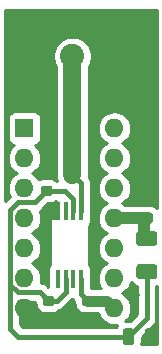
<source format=gbr>
G04 #@! TF.GenerationSoftware,KiCad,Pcbnew,(5.1.4)-1*
G04 #@! TF.CreationDate,2019-08-27T16:30:30-04:00*
G04 #@! TF.ProjectId,clock_buffer,636c6f63-6b5f-4627-9566-6665722e6b69,rev?*
G04 #@! TF.SameCoordinates,Original*
G04 #@! TF.FileFunction,Copper,L1,Top*
G04 #@! TF.FilePolarity,Positive*
%FSLAX46Y46*%
G04 Gerber Fmt 4.6, Leading zero omitted, Abs format (unit mm)*
G04 Created by KiCad (PCBNEW (5.1.4)-1) date 2019-08-27 16:30:30*
%MOMM*%
%LPD*%
G04 APERTURE LIST*
%ADD10C,0.100000*%
%ADD11C,0.875000*%
%ADD12C,0.975000*%
%ADD13R,0.410000X1.570000*%
%ADD14C,1.250000*%
%ADD15O,1.600000X1.600000*%
%ADD16R,1.600000X1.600000*%
%ADD17C,2.250000*%
%ADD18C,2.050000*%
%ADD19C,0.800000*%
%ADD20C,0.900000*%
%ADD21C,1.000000*%
%ADD22C,0.400000*%
%ADD23C,1.500000*%
%ADD24C,0.254000*%
G04 APERTURE END LIST*
D10*
G36*
X148613691Y-111628553D02*
G01*
X148634926Y-111631703D01*
X148655750Y-111636919D01*
X148675962Y-111644151D01*
X148695368Y-111653330D01*
X148713781Y-111664366D01*
X148731024Y-111677154D01*
X148746930Y-111691570D01*
X148761346Y-111707476D01*
X148774134Y-111724719D01*
X148785170Y-111743132D01*
X148794349Y-111762538D01*
X148801581Y-111782750D01*
X148806797Y-111803574D01*
X148809947Y-111824809D01*
X148811000Y-111846250D01*
X148811000Y-112283750D01*
X148809947Y-112305191D01*
X148806797Y-112326426D01*
X148801581Y-112347250D01*
X148794349Y-112367462D01*
X148785170Y-112386868D01*
X148774134Y-112405281D01*
X148761346Y-112422524D01*
X148746930Y-112438430D01*
X148731024Y-112452846D01*
X148713781Y-112465634D01*
X148695368Y-112476670D01*
X148675962Y-112485849D01*
X148655750Y-112493081D01*
X148634926Y-112498297D01*
X148613691Y-112501447D01*
X148592250Y-112502500D01*
X148079750Y-112502500D01*
X148058309Y-112501447D01*
X148037074Y-112498297D01*
X148016250Y-112493081D01*
X147996038Y-112485849D01*
X147976632Y-112476670D01*
X147958219Y-112465634D01*
X147940976Y-112452846D01*
X147925070Y-112438430D01*
X147910654Y-112422524D01*
X147897866Y-112405281D01*
X147886830Y-112386868D01*
X147877651Y-112367462D01*
X147870419Y-112347250D01*
X147865203Y-112326426D01*
X147862053Y-112305191D01*
X147861000Y-112283750D01*
X147861000Y-111846250D01*
X147862053Y-111824809D01*
X147865203Y-111803574D01*
X147870419Y-111782750D01*
X147877651Y-111762538D01*
X147886830Y-111743132D01*
X147897866Y-111724719D01*
X147910654Y-111707476D01*
X147925070Y-111691570D01*
X147940976Y-111677154D01*
X147958219Y-111664366D01*
X147976632Y-111653330D01*
X147996038Y-111644151D01*
X148016250Y-111636919D01*
X148037074Y-111631703D01*
X148058309Y-111628553D01*
X148079750Y-111627500D01*
X148592250Y-111627500D01*
X148613691Y-111628553D01*
X148613691Y-111628553D01*
G37*
D11*
X148336000Y-112065000D03*
D10*
G36*
X148613691Y-110053553D02*
G01*
X148634926Y-110056703D01*
X148655750Y-110061919D01*
X148675962Y-110069151D01*
X148695368Y-110078330D01*
X148713781Y-110089366D01*
X148731024Y-110102154D01*
X148746930Y-110116570D01*
X148761346Y-110132476D01*
X148774134Y-110149719D01*
X148785170Y-110168132D01*
X148794349Y-110187538D01*
X148801581Y-110207750D01*
X148806797Y-110228574D01*
X148809947Y-110249809D01*
X148811000Y-110271250D01*
X148811000Y-110708750D01*
X148809947Y-110730191D01*
X148806797Y-110751426D01*
X148801581Y-110772250D01*
X148794349Y-110792462D01*
X148785170Y-110811868D01*
X148774134Y-110830281D01*
X148761346Y-110847524D01*
X148746930Y-110863430D01*
X148731024Y-110877846D01*
X148713781Y-110890634D01*
X148695368Y-110901670D01*
X148675962Y-110910849D01*
X148655750Y-110918081D01*
X148634926Y-110923297D01*
X148613691Y-110926447D01*
X148592250Y-110927500D01*
X148079750Y-110927500D01*
X148058309Y-110926447D01*
X148037074Y-110923297D01*
X148016250Y-110918081D01*
X147996038Y-110910849D01*
X147976632Y-110901670D01*
X147958219Y-110890634D01*
X147940976Y-110877846D01*
X147925070Y-110863430D01*
X147910654Y-110847524D01*
X147897866Y-110830281D01*
X147886830Y-110811868D01*
X147877651Y-110792462D01*
X147870419Y-110772250D01*
X147865203Y-110751426D01*
X147862053Y-110730191D01*
X147861000Y-110708750D01*
X147861000Y-110271250D01*
X147862053Y-110249809D01*
X147865203Y-110228574D01*
X147870419Y-110207750D01*
X147877651Y-110187538D01*
X147886830Y-110168132D01*
X147897866Y-110149719D01*
X147910654Y-110132476D01*
X147925070Y-110116570D01*
X147940976Y-110102154D01*
X147958219Y-110089366D01*
X147976632Y-110078330D01*
X147996038Y-110069151D01*
X148016250Y-110061919D01*
X148037074Y-110056703D01*
X148058309Y-110053553D01*
X148079750Y-110052500D01*
X148592250Y-110052500D01*
X148613691Y-110053553D01*
X148613691Y-110053553D01*
G37*
D11*
X148336000Y-110490000D03*
D10*
G36*
X151915691Y-110053553D02*
G01*
X151936926Y-110056703D01*
X151957750Y-110061919D01*
X151977962Y-110069151D01*
X151997368Y-110078330D01*
X152015781Y-110089366D01*
X152033024Y-110102154D01*
X152048930Y-110116570D01*
X152063346Y-110132476D01*
X152076134Y-110149719D01*
X152087170Y-110168132D01*
X152096349Y-110187538D01*
X152103581Y-110207750D01*
X152108797Y-110228574D01*
X152111947Y-110249809D01*
X152113000Y-110271250D01*
X152113000Y-110708750D01*
X152111947Y-110730191D01*
X152108797Y-110751426D01*
X152103581Y-110772250D01*
X152096349Y-110792462D01*
X152087170Y-110811868D01*
X152076134Y-110830281D01*
X152063346Y-110847524D01*
X152048930Y-110863430D01*
X152033024Y-110877846D01*
X152015781Y-110890634D01*
X151997368Y-110901670D01*
X151977962Y-110910849D01*
X151957750Y-110918081D01*
X151936926Y-110923297D01*
X151915691Y-110926447D01*
X151894250Y-110927500D01*
X151381750Y-110927500D01*
X151360309Y-110926447D01*
X151339074Y-110923297D01*
X151318250Y-110918081D01*
X151298038Y-110910849D01*
X151278632Y-110901670D01*
X151260219Y-110890634D01*
X151242976Y-110877846D01*
X151227070Y-110863430D01*
X151212654Y-110847524D01*
X151199866Y-110830281D01*
X151188830Y-110811868D01*
X151179651Y-110792462D01*
X151172419Y-110772250D01*
X151167203Y-110751426D01*
X151164053Y-110730191D01*
X151163000Y-110708750D01*
X151163000Y-110271250D01*
X151164053Y-110249809D01*
X151167203Y-110228574D01*
X151172419Y-110207750D01*
X151179651Y-110187538D01*
X151188830Y-110168132D01*
X151199866Y-110149719D01*
X151212654Y-110132476D01*
X151227070Y-110116570D01*
X151242976Y-110102154D01*
X151260219Y-110089366D01*
X151278632Y-110078330D01*
X151298038Y-110069151D01*
X151318250Y-110061919D01*
X151339074Y-110056703D01*
X151360309Y-110053553D01*
X151381750Y-110052500D01*
X151894250Y-110052500D01*
X151915691Y-110053553D01*
X151915691Y-110053553D01*
G37*
D11*
X151638000Y-110490000D03*
D10*
G36*
X151915691Y-111628553D02*
G01*
X151936926Y-111631703D01*
X151957750Y-111636919D01*
X151977962Y-111644151D01*
X151997368Y-111653330D01*
X152015781Y-111664366D01*
X152033024Y-111677154D01*
X152048930Y-111691570D01*
X152063346Y-111707476D01*
X152076134Y-111724719D01*
X152087170Y-111743132D01*
X152096349Y-111762538D01*
X152103581Y-111782750D01*
X152108797Y-111803574D01*
X152111947Y-111824809D01*
X152113000Y-111846250D01*
X152113000Y-112283750D01*
X152111947Y-112305191D01*
X152108797Y-112326426D01*
X152103581Y-112347250D01*
X152096349Y-112367462D01*
X152087170Y-112386868D01*
X152076134Y-112405281D01*
X152063346Y-112422524D01*
X152048930Y-112438430D01*
X152033024Y-112452846D01*
X152015781Y-112465634D01*
X151997368Y-112476670D01*
X151977962Y-112485849D01*
X151957750Y-112493081D01*
X151936926Y-112498297D01*
X151915691Y-112501447D01*
X151894250Y-112502500D01*
X151381750Y-112502500D01*
X151360309Y-112501447D01*
X151339074Y-112498297D01*
X151318250Y-112493081D01*
X151298038Y-112485849D01*
X151278632Y-112476670D01*
X151260219Y-112465634D01*
X151242976Y-112452846D01*
X151227070Y-112438430D01*
X151212654Y-112422524D01*
X151199866Y-112405281D01*
X151188830Y-112386868D01*
X151179651Y-112367462D01*
X151172419Y-112347250D01*
X151167203Y-112326426D01*
X151164053Y-112305191D01*
X151163000Y-112283750D01*
X151163000Y-111846250D01*
X151164053Y-111824809D01*
X151167203Y-111803574D01*
X151172419Y-111782750D01*
X151179651Y-111762538D01*
X151188830Y-111743132D01*
X151199866Y-111724719D01*
X151212654Y-111707476D01*
X151227070Y-111691570D01*
X151242976Y-111677154D01*
X151260219Y-111664366D01*
X151278632Y-111653330D01*
X151298038Y-111644151D01*
X151318250Y-111636919D01*
X151339074Y-111631703D01*
X151360309Y-111628553D01*
X151381750Y-111627500D01*
X151894250Y-111627500D01*
X151915691Y-111628553D01*
X151915691Y-111628553D01*
G37*
D11*
X151638000Y-112065000D03*
D10*
G36*
X148477691Y-100738553D02*
G01*
X148498926Y-100741703D01*
X148519750Y-100746919D01*
X148539962Y-100754151D01*
X148559368Y-100763330D01*
X148577781Y-100774366D01*
X148595024Y-100787154D01*
X148610930Y-100801570D01*
X148625346Y-100817476D01*
X148638134Y-100834719D01*
X148649170Y-100853132D01*
X148658349Y-100872538D01*
X148665581Y-100892750D01*
X148670797Y-100913574D01*
X148673947Y-100934809D01*
X148675000Y-100956250D01*
X148675000Y-101393750D01*
X148673947Y-101415191D01*
X148670797Y-101436426D01*
X148665581Y-101457250D01*
X148658349Y-101477462D01*
X148649170Y-101496868D01*
X148638134Y-101515281D01*
X148625346Y-101532524D01*
X148610930Y-101548430D01*
X148595024Y-101562846D01*
X148577781Y-101575634D01*
X148559368Y-101586670D01*
X148539962Y-101595849D01*
X148519750Y-101603081D01*
X148498926Y-101608297D01*
X148477691Y-101611447D01*
X148456250Y-101612500D01*
X147943750Y-101612500D01*
X147922309Y-101611447D01*
X147901074Y-101608297D01*
X147880250Y-101603081D01*
X147860038Y-101595849D01*
X147840632Y-101586670D01*
X147822219Y-101575634D01*
X147804976Y-101562846D01*
X147789070Y-101548430D01*
X147774654Y-101532524D01*
X147761866Y-101515281D01*
X147750830Y-101496868D01*
X147741651Y-101477462D01*
X147734419Y-101457250D01*
X147729203Y-101436426D01*
X147726053Y-101415191D01*
X147725000Y-101393750D01*
X147725000Y-100956250D01*
X147726053Y-100934809D01*
X147729203Y-100913574D01*
X147734419Y-100892750D01*
X147741651Y-100872538D01*
X147750830Y-100853132D01*
X147761866Y-100834719D01*
X147774654Y-100817476D01*
X147789070Y-100801570D01*
X147804976Y-100787154D01*
X147822219Y-100774366D01*
X147840632Y-100763330D01*
X147860038Y-100754151D01*
X147880250Y-100746919D01*
X147901074Y-100741703D01*
X147922309Y-100738553D01*
X147943750Y-100737500D01*
X148456250Y-100737500D01*
X148477691Y-100738553D01*
X148477691Y-100738553D01*
G37*
D11*
X148200000Y-101175000D03*
D10*
G36*
X148477691Y-99163553D02*
G01*
X148498926Y-99166703D01*
X148519750Y-99171919D01*
X148539962Y-99179151D01*
X148559368Y-99188330D01*
X148577781Y-99199366D01*
X148595024Y-99212154D01*
X148610930Y-99226570D01*
X148625346Y-99242476D01*
X148638134Y-99259719D01*
X148649170Y-99278132D01*
X148658349Y-99297538D01*
X148665581Y-99317750D01*
X148670797Y-99338574D01*
X148673947Y-99359809D01*
X148675000Y-99381250D01*
X148675000Y-99818750D01*
X148673947Y-99840191D01*
X148670797Y-99861426D01*
X148665581Y-99882250D01*
X148658349Y-99902462D01*
X148649170Y-99921868D01*
X148638134Y-99940281D01*
X148625346Y-99957524D01*
X148610930Y-99973430D01*
X148595024Y-99987846D01*
X148577781Y-100000634D01*
X148559368Y-100011670D01*
X148539962Y-100020849D01*
X148519750Y-100028081D01*
X148498926Y-100033297D01*
X148477691Y-100036447D01*
X148456250Y-100037500D01*
X147943750Y-100037500D01*
X147922309Y-100036447D01*
X147901074Y-100033297D01*
X147880250Y-100028081D01*
X147860038Y-100020849D01*
X147840632Y-100011670D01*
X147822219Y-100000634D01*
X147804976Y-99987846D01*
X147789070Y-99973430D01*
X147774654Y-99957524D01*
X147761866Y-99940281D01*
X147750830Y-99921868D01*
X147741651Y-99902462D01*
X147734419Y-99882250D01*
X147729203Y-99861426D01*
X147726053Y-99840191D01*
X147725000Y-99818750D01*
X147725000Y-99381250D01*
X147726053Y-99359809D01*
X147729203Y-99338574D01*
X147734419Y-99317750D01*
X147741651Y-99297538D01*
X147750830Y-99278132D01*
X147761866Y-99259719D01*
X147774654Y-99242476D01*
X147789070Y-99226570D01*
X147804976Y-99212154D01*
X147822219Y-99199366D01*
X147840632Y-99188330D01*
X147860038Y-99179151D01*
X147880250Y-99171919D01*
X147901074Y-99166703D01*
X147922309Y-99163553D01*
X147943750Y-99162500D01*
X148456250Y-99162500D01*
X148477691Y-99163553D01*
X148477691Y-99163553D01*
G37*
D11*
X148200000Y-99600000D03*
D10*
G36*
X157239642Y-112839174D02*
G01*
X157263303Y-112842684D01*
X157286507Y-112848496D01*
X157309029Y-112856554D01*
X157330653Y-112866782D01*
X157351170Y-112879079D01*
X157370383Y-112893329D01*
X157388107Y-112909393D01*
X157404171Y-112927117D01*
X157418421Y-112946330D01*
X157430718Y-112966847D01*
X157440946Y-112988471D01*
X157449004Y-113010993D01*
X157454816Y-113034197D01*
X157458326Y-113057858D01*
X157459500Y-113081750D01*
X157459500Y-113994250D01*
X157458326Y-114018142D01*
X157454816Y-114041803D01*
X157449004Y-114065007D01*
X157440946Y-114087529D01*
X157430718Y-114109153D01*
X157418421Y-114129670D01*
X157404171Y-114148883D01*
X157388107Y-114166607D01*
X157370383Y-114182671D01*
X157351170Y-114196921D01*
X157330653Y-114209218D01*
X157309029Y-114219446D01*
X157286507Y-114227504D01*
X157263303Y-114233316D01*
X157239642Y-114236826D01*
X157215750Y-114238000D01*
X156728250Y-114238000D01*
X156704358Y-114236826D01*
X156680697Y-114233316D01*
X156657493Y-114227504D01*
X156634971Y-114219446D01*
X156613347Y-114209218D01*
X156592830Y-114196921D01*
X156573617Y-114182671D01*
X156555893Y-114166607D01*
X156539829Y-114148883D01*
X156525579Y-114129670D01*
X156513282Y-114109153D01*
X156503054Y-114087529D01*
X156494996Y-114065007D01*
X156489184Y-114041803D01*
X156485674Y-114018142D01*
X156484500Y-113994250D01*
X156484500Y-113081750D01*
X156485674Y-113057858D01*
X156489184Y-113034197D01*
X156494996Y-113010993D01*
X156503054Y-112988471D01*
X156513282Y-112966847D01*
X156525579Y-112946330D01*
X156539829Y-112927117D01*
X156555893Y-112909393D01*
X156573617Y-112893329D01*
X156592830Y-112879079D01*
X156613347Y-112866782D01*
X156634971Y-112856554D01*
X156657493Y-112848496D01*
X156680697Y-112842684D01*
X156704358Y-112839174D01*
X156728250Y-112838000D01*
X157215750Y-112838000D01*
X157239642Y-112839174D01*
X157239642Y-112839174D01*
G37*
D12*
X156972000Y-113538000D03*
D10*
G36*
X155364642Y-112839174D02*
G01*
X155388303Y-112842684D01*
X155411507Y-112848496D01*
X155434029Y-112856554D01*
X155455653Y-112866782D01*
X155476170Y-112879079D01*
X155495383Y-112893329D01*
X155513107Y-112909393D01*
X155529171Y-112927117D01*
X155543421Y-112946330D01*
X155555718Y-112966847D01*
X155565946Y-112988471D01*
X155574004Y-113010993D01*
X155579816Y-113034197D01*
X155583326Y-113057858D01*
X155584500Y-113081750D01*
X155584500Y-113994250D01*
X155583326Y-114018142D01*
X155579816Y-114041803D01*
X155574004Y-114065007D01*
X155565946Y-114087529D01*
X155555718Y-114109153D01*
X155543421Y-114129670D01*
X155529171Y-114148883D01*
X155513107Y-114166607D01*
X155495383Y-114182671D01*
X155476170Y-114196921D01*
X155455653Y-114209218D01*
X155434029Y-114219446D01*
X155411507Y-114227504D01*
X155388303Y-114233316D01*
X155364642Y-114236826D01*
X155340750Y-114238000D01*
X154853250Y-114238000D01*
X154829358Y-114236826D01*
X154805697Y-114233316D01*
X154782493Y-114227504D01*
X154759971Y-114219446D01*
X154738347Y-114209218D01*
X154717830Y-114196921D01*
X154698617Y-114182671D01*
X154680893Y-114166607D01*
X154664829Y-114148883D01*
X154650579Y-114129670D01*
X154638282Y-114109153D01*
X154628054Y-114087529D01*
X154619996Y-114065007D01*
X154614184Y-114041803D01*
X154610674Y-114018142D01*
X154609500Y-113994250D01*
X154609500Y-113081750D01*
X154610674Y-113057858D01*
X154614184Y-113034197D01*
X154619996Y-113010993D01*
X154628054Y-112988471D01*
X154638282Y-112966847D01*
X154650579Y-112946330D01*
X154664829Y-112927117D01*
X154680893Y-112909393D01*
X154698617Y-112893329D01*
X154717830Y-112879079D01*
X154738347Y-112866782D01*
X154759971Y-112856554D01*
X154782493Y-112848496D01*
X154805697Y-112842684D01*
X154829358Y-112839174D01*
X154853250Y-112838000D01*
X155340750Y-112838000D01*
X155364642Y-112839174D01*
X155364642Y-112839174D01*
G37*
D12*
X155097000Y-113538000D03*
D10*
G36*
X156944142Y-101143674D02*
G01*
X156967803Y-101147184D01*
X156991007Y-101152996D01*
X157013529Y-101161054D01*
X157035153Y-101171282D01*
X157055670Y-101183579D01*
X157074883Y-101197829D01*
X157092607Y-101213893D01*
X157108671Y-101231617D01*
X157122921Y-101250830D01*
X157135218Y-101271347D01*
X157145446Y-101292971D01*
X157153504Y-101315493D01*
X157159316Y-101338697D01*
X157162826Y-101362358D01*
X157164000Y-101386250D01*
X157164000Y-101873750D01*
X157162826Y-101897642D01*
X157159316Y-101921303D01*
X157153504Y-101944507D01*
X157145446Y-101967029D01*
X157135218Y-101988653D01*
X157122921Y-102009170D01*
X157108671Y-102028383D01*
X157092607Y-102046107D01*
X157074883Y-102062171D01*
X157055670Y-102076421D01*
X157035153Y-102088718D01*
X157013529Y-102098946D01*
X156991007Y-102107004D01*
X156967803Y-102112816D01*
X156944142Y-102116326D01*
X156920250Y-102117500D01*
X156007750Y-102117500D01*
X155983858Y-102116326D01*
X155960197Y-102112816D01*
X155936993Y-102107004D01*
X155914471Y-102098946D01*
X155892847Y-102088718D01*
X155872330Y-102076421D01*
X155853117Y-102062171D01*
X155835393Y-102046107D01*
X155819329Y-102028383D01*
X155805079Y-102009170D01*
X155792782Y-101988653D01*
X155782554Y-101967029D01*
X155774496Y-101944507D01*
X155768684Y-101921303D01*
X155765174Y-101897642D01*
X155764000Y-101873750D01*
X155764000Y-101386250D01*
X155765174Y-101362358D01*
X155768684Y-101338697D01*
X155774496Y-101315493D01*
X155782554Y-101292971D01*
X155792782Y-101271347D01*
X155805079Y-101250830D01*
X155819329Y-101231617D01*
X155835393Y-101213893D01*
X155853117Y-101197829D01*
X155872330Y-101183579D01*
X155892847Y-101171282D01*
X155914471Y-101161054D01*
X155936993Y-101152996D01*
X155960197Y-101147184D01*
X155983858Y-101143674D01*
X156007750Y-101142500D01*
X156920250Y-101142500D01*
X156944142Y-101143674D01*
X156944142Y-101143674D01*
G37*
D12*
X156464000Y-101630000D03*
D10*
G36*
X156944142Y-103018674D02*
G01*
X156967803Y-103022184D01*
X156991007Y-103027996D01*
X157013529Y-103036054D01*
X157035153Y-103046282D01*
X157055670Y-103058579D01*
X157074883Y-103072829D01*
X157092607Y-103088893D01*
X157108671Y-103106617D01*
X157122921Y-103125830D01*
X157135218Y-103146347D01*
X157145446Y-103167971D01*
X157153504Y-103190493D01*
X157159316Y-103213697D01*
X157162826Y-103237358D01*
X157164000Y-103261250D01*
X157164000Y-103748750D01*
X157162826Y-103772642D01*
X157159316Y-103796303D01*
X157153504Y-103819507D01*
X157145446Y-103842029D01*
X157135218Y-103863653D01*
X157122921Y-103884170D01*
X157108671Y-103903383D01*
X157092607Y-103921107D01*
X157074883Y-103937171D01*
X157055670Y-103951421D01*
X157035153Y-103963718D01*
X157013529Y-103973946D01*
X156991007Y-103982004D01*
X156967803Y-103987816D01*
X156944142Y-103991326D01*
X156920250Y-103992500D01*
X156007750Y-103992500D01*
X155983858Y-103991326D01*
X155960197Y-103987816D01*
X155936993Y-103982004D01*
X155914471Y-103973946D01*
X155892847Y-103963718D01*
X155872330Y-103951421D01*
X155853117Y-103937171D01*
X155835393Y-103921107D01*
X155819329Y-103903383D01*
X155805079Y-103884170D01*
X155792782Y-103863653D01*
X155782554Y-103842029D01*
X155774496Y-103819507D01*
X155768684Y-103796303D01*
X155765174Y-103772642D01*
X155764000Y-103748750D01*
X155764000Y-103261250D01*
X155765174Y-103237358D01*
X155768684Y-103213697D01*
X155774496Y-103190493D01*
X155782554Y-103167971D01*
X155792782Y-103146347D01*
X155805079Y-103125830D01*
X155819329Y-103106617D01*
X155835393Y-103088893D01*
X155853117Y-103072829D01*
X155872330Y-103058579D01*
X155892847Y-103046282D01*
X155914471Y-103036054D01*
X155936993Y-103027996D01*
X155960197Y-103022184D01*
X155983858Y-103018674D01*
X156007750Y-103017500D01*
X156920250Y-103017500D01*
X156944142Y-103018674D01*
X156944142Y-103018674D01*
G37*
D12*
X156464000Y-103505000D03*
D13*
X151089000Y-108661000D03*
X150439000Y-108661000D03*
X149789000Y-108661000D03*
X149139000Y-108661000D03*
X149139000Y-102921000D03*
X149789000Y-102921000D03*
X150439000Y-102921000D03*
X151089000Y-102921000D03*
D10*
G36*
X157304004Y-107395704D02*
G01*
X157328273Y-107399304D01*
X157352071Y-107405265D01*
X157375171Y-107413530D01*
X157397349Y-107424020D01*
X157418393Y-107436633D01*
X157438098Y-107451247D01*
X157456277Y-107467723D01*
X157472753Y-107485902D01*
X157487367Y-107505607D01*
X157499980Y-107526651D01*
X157510470Y-107548829D01*
X157518735Y-107571929D01*
X157524696Y-107595727D01*
X157528296Y-107619996D01*
X157529500Y-107644500D01*
X157529500Y-108394500D01*
X157528296Y-108419004D01*
X157524696Y-108443273D01*
X157518735Y-108467071D01*
X157510470Y-108490171D01*
X157499980Y-108512349D01*
X157487367Y-108533393D01*
X157472753Y-108553098D01*
X157456277Y-108571277D01*
X157438098Y-108587753D01*
X157418393Y-108602367D01*
X157397349Y-108614980D01*
X157375171Y-108625470D01*
X157352071Y-108633735D01*
X157328273Y-108639696D01*
X157304004Y-108643296D01*
X157279500Y-108644500D01*
X156029500Y-108644500D01*
X156004996Y-108643296D01*
X155980727Y-108639696D01*
X155956929Y-108633735D01*
X155933829Y-108625470D01*
X155911651Y-108614980D01*
X155890607Y-108602367D01*
X155870902Y-108587753D01*
X155852723Y-108571277D01*
X155836247Y-108553098D01*
X155821633Y-108533393D01*
X155809020Y-108512349D01*
X155798530Y-108490171D01*
X155790265Y-108467071D01*
X155784304Y-108443273D01*
X155780704Y-108419004D01*
X155779500Y-108394500D01*
X155779500Y-107644500D01*
X155780704Y-107619996D01*
X155784304Y-107595727D01*
X155790265Y-107571929D01*
X155798530Y-107548829D01*
X155809020Y-107526651D01*
X155821633Y-107505607D01*
X155836247Y-107485902D01*
X155852723Y-107467723D01*
X155870902Y-107451247D01*
X155890607Y-107436633D01*
X155911651Y-107424020D01*
X155933829Y-107413530D01*
X155956929Y-107405265D01*
X155980727Y-107399304D01*
X156004996Y-107395704D01*
X156029500Y-107394500D01*
X157279500Y-107394500D01*
X157304004Y-107395704D01*
X157304004Y-107395704D01*
G37*
D14*
X156654500Y-108019500D03*
D10*
G36*
X157304004Y-104595704D02*
G01*
X157328273Y-104599304D01*
X157352071Y-104605265D01*
X157375171Y-104613530D01*
X157397349Y-104624020D01*
X157418393Y-104636633D01*
X157438098Y-104651247D01*
X157456277Y-104667723D01*
X157472753Y-104685902D01*
X157487367Y-104705607D01*
X157499980Y-104726651D01*
X157510470Y-104748829D01*
X157518735Y-104771929D01*
X157524696Y-104795727D01*
X157528296Y-104819996D01*
X157529500Y-104844500D01*
X157529500Y-105594500D01*
X157528296Y-105619004D01*
X157524696Y-105643273D01*
X157518735Y-105667071D01*
X157510470Y-105690171D01*
X157499980Y-105712349D01*
X157487367Y-105733393D01*
X157472753Y-105753098D01*
X157456277Y-105771277D01*
X157438098Y-105787753D01*
X157418393Y-105802367D01*
X157397349Y-105814980D01*
X157375171Y-105825470D01*
X157352071Y-105833735D01*
X157328273Y-105839696D01*
X157304004Y-105843296D01*
X157279500Y-105844500D01*
X156029500Y-105844500D01*
X156004996Y-105843296D01*
X155980727Y-105839696D01*
X155956929Y-105833735D01*
X155933829Y-105825470D01*
X155911651Y-105814980D01*
X155890607Y-105802367D01*
X155870902Y-105787753D01*
X155852723Y-105771277D01*
X155836247Y-105753098D01*
X155821633Y-105733393D01*
X155809020Y-105712349D01*
X155798530Y-105690171D01*
X155790265Y-105667071D01*
X155784304Y-105643273D01*
X155780704Y-105619004D01*
X155779500Y-105594500D01*
X155779500Y-104844500D01*
X155780704Y-104819996D01*
X155784304Y-104795727D01*
X155790265Y-104771929D01*
X155798530Y-104748829D01*
X155809020Y-104726651D01*
X155821633Y-104705607D01*
X155836247Y-104685902D01*
X155852723Y-104667723D01*
X155870902Y-104651247D01*
X155890607Y-104636633D01*
X155911651Y-104624020D01*
X155933829Y-104613530D01*
X155956929Y-104605265D01*
X155980727Y-104599304D01*
X156004996Y-104595704D01*
X156029500Y-104594500D01*
X157279500Y-104594500D01*
X157304004Y-104595704D01*
X157304004Y-104595704D01*
G37*
D14*
X156654500Y-105219500D03*
D15*
X153924000Y-95885000D03*
X146304000Y-111125000D03*
X153924000Y-98425000D03*
X146304000Y-108585000D03*
X153924000Y-100965000D03*
X146304000Y-106045000D03*
X153924000Y-103505000D03*
X146304000Y-103505000D03*
X153924000Y-106045000D03*
X146304000Y-100965000D03*
X153924000Y-108585000D03*
X146304000Y-98425000D03*
X153924000Y-111125000D03*
D16*
X146304000Y-95885000D03*
D17*
X147828000Y-92329000D03*
X147828000Y-87249000D03*
X152908000Y-87249000D03*
X152908000Y-92329000D03*
D18*
X150368000Y-89789000D03*
D19*
X156972000Y-113538000D03*
X147800000Y-104800000D03*
X150114000Y-112014000D03*
X155702000Y-109982000D03*
D20*
X147244000Y-112065000D02*
X148336000Y-112065000D01*
X146304000Y-111125000D02*
X147244000Y-112065000D01*
X148336000Y-112065000D02*
X151638000Y-112065000D01*
D21*
X153924000Y-103505000D02*
X156464000Y-103505000D01*
X156464000Y-105029000D02*
X156654500Y-105219500D01*
X156464000Y-103505000D02*
X156464000Y-105029000D01*
D22*
X148775000Y-101175000D02*
X148200000Y-101175000D01*
X149753002Y-101175000D02*
X148775000Y-101175000D01*
X150439000Y-101860998D02*
X149753002Y-101175000D01*
X150439000Y-102921000D02*
X150439000Y-101860998D01*
X148911000Y-110490000D02*
X148336000Y-110490000D01*
X149020002Y-110490000D02*
X148911000Y-110490000D01*
X149789000Y-109721002D02*
X149020002Y-110490000D01*
X149789000Y-108661000D02*
X149789000Y-109721002D01*
X145103999Y-102800001D02*
X145738999Y-102165001D01*
X147209999Y-102165001D02*
X147738388Y-101636612D01*
X145738999Y-102165001D02*
X147209999Y-102165001D01*
X145727999Y-109785001D02*
X145103999Y-109161001D01*
X147631001Y-109785001D02*
X145727999Y-109785001D01*
X147738388Y-101636612D02*
X148200000Y-101175000D01*
X148336000Y-110490000D02*
X147631001Y-109785001D01*
X145103999Y-112845999D02*
X145103999Y-108134001D01*
X145796000Y-113538000D02*
X145103999Y-112845999D01*
X155097000Y-113538000D02*
X145796000Y-113538000D01*
X145103999Y-109161001D02*
X145103999Y-108134001D01*
X145103999Y-108134001D02*
X145103999Y-102800001D01*
X156654500Y-111980500D02*
X156654500Y-108019500D01*
X155097000Y-113538000D02*
X156654500Y-111980500D01*
D23*
X150368000Y-89789000D02*
X150368000Y-99822000D01*
D22*
X151089000Y-100543000D02*
X150368000Y-99822000D01*
X151089000Y-102921000D02*
X151089000Y-100543000D01*
X151089000Y-109941000D02*
X151638000Y-110490000D01*
X151089000Y-108661000D02*
X151089000Y-109941000D01*
D20*
X153289000Y-110490000D02*
X153924000Y-111125000D01*
X151638000Y-110490000D02*
X153289000Y-110490000D01*
D24*
G36*
X157513001Y-114113000D02*
G01*
X156202838Y-114113000D01*
X156214533Y-113994250D01*
X156214533Y-113590021D01*
X157210559Y-112593995D01*
X157242106Y-112568106D01*
X157267996Y-112536559D01*
X157268003Y-112536552D01*
X157345452Y-112442180D01*
X157386498Y-112365387D01*
X157422245Y-112298510D01*
X157469534Y-112142620D01*
X157481500Y-112021124D01*
X157481500Y-112021114D01*
X157485500Y-111980500D01*
X157481500Y-111939886D01*
X157481500Y-109248427D01*
X157513000Y-109238872D01*
X157513001Y-114113000D01*
X157513001Y-114113000D01*
G37*
X157513001Y-114113000D02*
X156202838Y-114113000D01*
X156214533Y-113994250D01*
X156214533Y-113590021D01*
X157210559Y-112593995D01*
X157242106Y-112568106D01*
X157267996Y-112536559D01*
X157268003Y-112536552D01*
X157345452Y-112442180D01*
X157386498Y-112365387D01*
X157422245Y-112298510D01*
X157469534Y-112142620D01*
X157481500Y-112021124D01*
X157481500Y-112021114D01*
X157485500Y-111980500D01*
X157481500Y-111939886D01*
X157481500Y-109248427D01*
X157513000Y-109238872D01*
X157513001Y-114113000D01*
G36*
X150398048Y-110402679D02*
G01*
X150475498Y-110497051D01*
X150501395Y-110528606D01*
X150532948Y-110554501D01*
X150532967Y-110554520D01*
X150532967Y-110708750D01*
X150549276Y-110874339D01*
X150597577Y-111033565D01*
X150676013Y-111180309D01*
X150781570Y-111308930D01*
X150910191Y-111414487D01*
X151056935Y-111492923D01*
X151216161Y-111541224D01*
X151381750Y-111557533D01*
X151488969Y-111557533D01*
X151585091Y-111567000D01*
X152566869Y-111567000D01*
X152599245Y-111673731D01*
X152731752Y-111921634D01*
X152910077Y-112138923D01*
X153127366Y-112317248D01*
X153375269Y-112449755D01*
X153644259Y-112531352D01*
X153853902Y-112552000D01*
X153994098Y-112552000D01*
X154177944Y-112533893D01*
X154126726Y-112596302D01*
X154065419Y-112711000D01*
X146138554Y-112711000D01*
X145930999Y-112503446D01*
X145930999Y-110612001D01*
X147230967Y-110612001D01*
X147230967Y-110708750D01*
X147247276Y-110874339D01*
X147295577Y-111033565D01*
X147374013Y-111180309D01*
X147479570Y-111308930D01*
X147608191Y-111414487D01*
X147754935Y-111492923D01*
X147914161Y-111541224D01*
X148079750Y-111557533D01*
X148592250Y-111557533D01*
X148757839Y-111541224D01*
X148917065Y-111492923D01*
X149063809Y-111414487D01*
X149192430Y-111308930D01*
X149200104Y-111299579D01*
X149338012Y-111257745D01*
X149481681Y-111180952D01*
X149607608Y-111077606D01*
X149633507Y-111046048D01*
X150345058Y-110334499D01*
X150356560Y-110325059D01*
X150398048Y-110402679D01*
X150398048Y-110402679D01*
G37*
X150398048Y-110402679D02*
X150475498Y-110497051D01*
X150501395Y-110528606D01*
X150532948Y-110554501D01*
X150532967Y-110554520D01*
X150532967Y-110708750D01*
X150549276Y-110874339D01*
X150597577Y-111033565D01*
X150676013Y-111180309D01*
X150781570Y-111308930D01*
X150910191Y-111414487D01*
X151056935Y-111492923D01*
X151216161Y-111541224D01*
X151381750Y-111557533D01*
X151488969Y-111557533D01*
X151585091Y-111567000D01*
X152566869Y-111567000D01*
X152599245Y-111673731D01*
X152731752Y-111921634D01*
X152910077Y-112138923D01*
X153127366Y-112317248D01*
X153375269Y-112449755D01*
X153644259Y-112531352D01*
X153853902Y-112552000D01*
X153994098Y-112552000D01*
X154177944Y-112533893D01*
X154126726Y-112596302D01*
X154065419Y-112711000D01*
X146138554Y-112711000D01*
X145930999Y-112503446D01*
X145930999Y-110612001D01*
X147230967Y-110612001D01*
X147230967Y-110708750D01*
X147247276Y-110874339D01*
X147295577Y-111033565D01*
X147374013Y-111180309D01*
X147479570Y-111308930D01*
X147608191Y-111414487D01*
X147754935Y-111492923D01*
X147914161Y-111541224D01*
X148079750Y-111557533D01*
X148592250Y-111557533D01*
X148757839Y-111541224D01*
X148917065Y-111492923D01*
X149063809Y-111414487D01*
X149192430Y-111308930D01*
X149200104Y-111299579D01*
X149338012Y-111257745D01*
X149481681Y-111180952D01*
X149607608Y-111077606D01*
X149633507Y-111046048D01*
X150345058Y-110334499D01*
X150356560Y-110325059D01*
X150398048Y-110402679D01*
G36*
X155407223Y-109016777D02*
G01*
X155540580Y-109126221D01*
X155692726Y-109207544D01*
X155827501Y-109248428D01*
X155827500Y-111637945D01*
X155257479Y-112207967D01*
X154853793Y-112207967D01*
X154937923Y-112138923D01*
X155116248Y-111921634D01*
X155248755Y-111673731D01*
X155330352Y-111404741D01*
X155357904Y-111125000D01*
X155330352Y-110845259D01*
X155248755Y-110576269D01*
X155116248Y-110328366D01*
X154937923Y-110111077D01*
X154720634Y-109932752D01*
X154575170Y-109855000D01*
X154720634Y-109777248D01*
X154937923Y-109598923D01*
X155116248Y-109381634D01*
X155248755Y-109133731D01*
X155317424Y-108907358D01*
X155407223Y-109016777D01*
X155407223Y-109016777D01*
G37*
X155407223Y-109016777D02*
X155540580Y-109126221D01*
X155692726Y-109207544D01*
X155827501Y-109248428D01*
X155827500Y-111637945D01*
X155257479Y-112207967D01*
X154853793Y-112207967D01*
X154937923Y-112138923D01*
X155116248Y-111921634D01*
X155248755Y-111673731D01*
X155330352Y-111404741D01*
X155357904Y-111125000D01*
X155330352Y-110845259D01*
X155248755Y-110576269D01*
X155116248Y-110328366D01*
X154937923Y-110111077D01*
X154720634Y-109932752D01*
X154575170Y-109855000D01*
X154720634Y-109777248D01*
X154937923Y-109598923D01*
X155116248Y-109381634D01*
X155248755Y-109133731D01*
X155317424Y-108907358D01*
X155407223Y-109016777D01*
G36*
X157513001Y-102622787D02*
G01*
X157405698Y-102534726D01*
X157254632Y-102453980D01*
X157090717Y-102404256D01*
X156920250Y-102387467D01*
X156615484Y-102387467D01*
X156519365Y-102378000D01*
X156519364Y-102378000D01*
X156464000Y-102372547D01*
X156408635Y-102378000D01*
X154800139Y-102378000D01*
X154720634Y-102312752D01*
X154575170Y-102235000D01*
X154720634Y-102157248D01*
X154937923Y-101978923D01*
X155116248Y-101761634D01*
X155248755Y-101513731D01*
X155330352Y-101244741D01*
X155357904Y-100965000D01*
X155330352Y-100685259D01*
X155248755Y-100416269D01*
X155116248Y-100168366D01*
X154937923Y-99951077D01*
X154720634Y-99772752D01*
X154575170Y-99695000D01*
X154720634Y-99617248D01*
X154937923Y-99438923D01*
X155116248Y-99221634D01*
X155248755Y-98973731D01*
X155330352Y-98704741D01*
X155357904Y-98425000D01*
X155330352Y-98145259D01*
X155248755Y-97876269D01*
X155116248Y-97628366D01*
X154937923Y-97411077D01*
X154720634Y-97232752D01*
X154575170Y-97155000D01*
X154720634Y-97077248D01*
X154937923Y-96898923D01*
X155116248Y-96681634D01*
X155248755Y-96433731D01*
X155330352Y-96164741D01*
X155357904Y-95885000D01*
X155330352Y-95605259D01*
X155248755Y-95336269D01*
X155116248Y-95088366D01*
X154937923Y-94871077D01*
X154720634Y-94692752D01*
X154472731Y-94560245D01*
X154203741Y-94478648D01*
X153994098Y-94458000D01*
X153853902Y-94458000D01*
X153644259Y-94478648D01*
X153375269Y-94560245D01*
X153127366Y-94692752D01*
X152910077Y-94871077D01*
X152731752Y-95088366D01*
X152599245Y-95336269D01*
X152517648Y-95605259D01*
X152490096Y-95885000D01*
X152517648Y-96164741D01*
X152599245Y-96433731D01*
X152731752Y-96681634D01*
X152910077Y-96898923D01*
X153127366Y-97077248D01*
X153272830Y-97155000D01*
X153127366Y-97232752D01*
X152910077Y-97411077D01*
X152731752Y-97628366D01*
X152599245Y-97876269D01*
X152517648Y-98145259D01*
X152490096Y-98425000D01*
X152517648Y-98704741D01*
X152599245Y-98973731D01*
X152731752Y-99221634D01*
X152910077Y-99438923D01*
X153127366Y-99617248D01*
X153272830Y-99695000D01*
X153127366Y-99772752D01*
X152910077Y-99951077D01*
X152731752Y-100168366D01*
X152599245Y-100416269D01*
X152517648Y-100685259D01*
X152490096Y-100965000D01*
X152517648Y-101244741D01*
X152599245Y-101513731D01*
X152731752Y-101761634D01*
X152910077Y-101978923D01*
X153127366Y-102157248D01*
X153272830Y-102235000D01*
X153127366Y-102312752D01*
X152910077Y-102491077D01*
X152731752Y-102708366D01*
X152599245Y-102956269D01*
X152517648Y-103225259D01*
X152490096Y-103505000D01*
X152517648Y-103784741D01*
X152599245Y-104053731D01*
X152731752Y-104301634D01*
X152910077Y-104518923D01*
X153127366Y-104697248D01*
X153272830Y-104775000D01*
X153127366Y-104852752D01*
X152910077Y-105031077D01*
X152731752Y-105248366D01*
X152599245Y-105496269D01*
X152517648Y-105765259D01*
X152490096Y-106045000D01*
X152517648Y-106324741D01*
X152599245Y-106593731D01*
X152731752Y-106841634D01*
X152910077Y-107058923D01*
X153127366Y-107237248D01*
X153272830Y-107315000D01*
X153127366Y-107392752D01*
X152910077Y-107571077D01*
X152731752Y-107788366D01*
X152599245Y-108036269D01*
X152517648Y-108305259D01*
X152490096Y-108585000D01*
X152517648Y-108864741D01*
X152599245Y-109133731D01*
X152731752Y-109381634D01*
X152757493Y-109413000D01*
X151924033Y-109413000D01*
X151924033Y-107876000D01*
X151911927Y-107753087D01*
X151876075Y-107634897D01*
X151817853Y-107525972D01*
X151739501Y-107430499D01*
X151727000Y-107420240D01*
X151727000Y-104161760D01*
X151739501Y-104151501D01*
X151817853Y-104056028D01*
X151876075Y-103947103D01*
X151911927Y-103828913D01*
X151924033Y-103706000D01*
X151924033Y-102136000D01*
X151916000Y-102054440D01*
X151916000Y-100583614D01*
X151920000Y-100543000D01*
X151916000Y-100502386D01*
X151916000Y-100502376D01*
X151904034Y-100380880D01*
X151856745Y-100224990D01*
X151802645Y-100123776D01*
X151779952Y-100081320D01*
X151731889Y-100022756D01*
X151745000Y-99889640D01*
X151745000Y-90701694D01*
X151831983Y-90571515D01*
X151956514Y-90270871D01*
X152020000Y-89951708D01*
X152020000Y-89626292D01*
X151956514Y-89307129D01*
X151831983Y-89006485D01*
X151651192Y-88735912D01*
X151421088Y-88505808D01*
X151150515Y-88325017D01*
X150849871Y-88200486D01*
X150530708Y-88137000D01*
X150205292Y-88137000D01*
X149886129Y-88200486D01*
X149585485Y-88325017D01*
X149314912Y-88505808D01*
X149084808Y-88735912D01*
X148904017Y-89006485D01*
X148779486Y-89307129D01*
X148716000Y-89626292D01*
X148716000Y-89951708D01*
X148779486Y-90270871D01*
X148904017Y-90571515D01*
X148991000Y-90701694D01*
X148991001Y-99889640D01*
X149010926Y-100091939D01*
X149088601Y-100348000D01*
X149046597Y-100348000D01*
X148927809Y-100250513D01*
X148781065Y-100172077D01*
X148621839Y-100123776D01*
X148456250Y-100107467D01*
X147943750Y-100107467D01*
X147778161Y-100123776D01*
X147618935Y-100172077D01*
X147525054Y-100222257D01*
X147496248Y-100168366D01*
X147317923Y-99951077D01*
X147100634Y-99772752D01*
X146955170Y-99695000D01*
X147100634Y-99617248D01*
X147317923Y-99438923D01*
X147496248Y-99221634D01*
X147628755Y-98973731D01*
X147710352Y-98704741D01*
X147737904Y-98425000D01*
X147710352Y-98145259D01*
X147628755Y-97876269D01*
X147496248Y-97628366D01*
X147317923Y-97411077D01*
X147190511Y-97306512D01*
X147226913Y-97302927D01*
X147345103Y-97267075D01*
X147454028Y-97208853D01*
X147549501Y-97130501D01*
X147627853Y-97035028D01*
X147686075Y-96926103D01*
X147721927Y-96807913D01*
X147734033Y-96685000D01*
X147734033Y-95085000D01*
X147721927Y-94962087D01*
X147686075Y-94843897D01*
X147627853Y-94734972D01*
X147549501Y-94639499D01*
X147454028Y-94561147D01*
X147345103Y-94502925D01*
X147226913Y-94467073D01*
X147104000Y-94454967D01*
X145504000Y-94454967D01*
X145381087Y-94467073D01*
X145262897Y-94502925D01*
X145153972Y-94561147D01*
X145058499Y-94639499D01*
X144980147Y-94734972D01*
X144921925Y-94843897D01*
X144886073Y-94962087D01*
X144873967Y-95085000D01*
X144873967Y-96685000D01*
X144886073Y-96807913D01*
X144921925Y-96926103D01*
X144980147Y-97035028D01*
X145058499Y-97130501D01*
X145153972Y-97208853D01*
X145262897Y-97267075D01*
X145381087Y-97302927D01*
X145417489Y-97306512D01*
X145290077Y-97411077D01*
X145111752Y-97628366D01*
X144979245Y-97876269D01*
X144897648Y-98145259D01*
X144870096Y-98425000D01*
X144897648Y-98704741D01*
X144979245Y-98973731D01*
X145111752Y-99221634D01*
X145290077Y-99438923D01*
X145507366Y-99617248D01*
X145652830Y-99695000D01*
X145507366Y-99772752D01*
X145290077Y-99951077D01*
X145111752Y-100168366D01*
X144979245Y-100416269D01*
X144897648Y-100685259D01*
X144870096Y-100965000D01*
X144897648Y-101244741D01*
X144979245Y-101513731D01*
X145063355Y-101671090D01*
X144687000Y-102047446D01*
X144687000Y-85887000D01*
X157513000Y-85887000D01*
X157513001Y-102622787D01*
X157513001Y-102622787D01*
G37*
X157513001Y-102622787D02*
X157405698Y-102534726D01*
X157254632Y-102453980D01*
X157090717Y-102404256D01*
X156920250Y-102387467D01*
X156615484Y-102387467D01*
X156519365Y-102378000D01*
X156519364Y-102378000D01*
X156464000Y-102372547D01*
X156408635Y-102378000D01*
X154800139Y-102378000D01*
X154720634Y-102312752D01*
X154575170Y-102235000D01*
X154720634Y-102157248D01*
X154937923Y-101978923D01*
X155116248Y-101761634D01*
X155248755Y-101513731D01*
X155330352Y-101244741D01*
X155357904Y-100965000D01*
X155330352Y-100685259D01*
X155248755Y-100416269D01*
X155116248Y-100168366D01*
X154937923Y-99951077D01*
X154720634Y-99772752D01*
X154575170Y-99695000D01*
X154720634Y-99617248D01*
X154937923Y-99438923D01*
X155116248Y-99221634D01*
X155248755Y-98973731D01*
X155330352Y-98704741D01*
X155357904Y-98425000D01*
X155330352Y-98145259D01*
X155248755Y-97876269D01*
X155116248Y-97628366D01*
X154937923Y-97411077D01*
X154720634Y-97232752D01*
X154575170Y-97155000D01*
X154720634Y-97077248D01*
X154937923Y-96898923D01*
X155116248Y-96681634D01*
X155248755Y-96433731D01*
X155330352Y-96164741D01*
X155357904Y-95885000D01*
X155330352Y-95605259D01*
X155248755Y-95336269D01*
X155116248Y-95088366D01*
X154937923Y-94871077D01*
X154720634Y-94692752D01*
X154472731Y-94560245D01*
X154203741Y-94478648D01*
X153994098Y-94458000D01*
X153853902Y-94458000D01*
X153644259Y-94478648D01*
X153375269Y-94560245D01*
X153127366Y-94692752D01*
X152910077Y-94871077D01*
X152731752Y-95088366D01*
X152599245Y-95336269D01*
X152517648Y-95605259D01*
X152490096Y-95885000D01*
X152517648Y-96164741D01*
X152599245Y-96433731D01*
X152731752Y-96681634D01*
X152910077Y-96898923D01*
X153127366Y-97077248D01*
X153272830Y-97155000D01*
X153127366Y-97232752D01*
X152910077Y-97411077D01*
X152731752Y-97628366D01*
X152599245Y-97876269D01*
X152517648Y-98145259D01*
X152490096Y-98425000D01*
X152517648Y-98704741D01*
X152599245Y-98973731D01*
X152731752Y-99221634D01*
X152910077Y-99438923D01*
X153127366Y-99617248D01*
X153272830Y-99695000D01*
X153127366Y-99772752D01*
X152910077Y-99951077D01*
X152731752Y-100168366D01*
X152599245Y-100416269D01*
X152517648Y-100685259D01*
X152490096Y-100965000D01*
X152517648Y-101244741D01*
X152599245Y-101513731D01*
X152731752Y-101761634D01*
X152910077Y-101978923D01*
X153127366Y-102157248D01*
X153272830Y-102235000D01*
X153127366Y-102312752D01*
X152910077Y-102491077D01*
X152731752Y-102708366D01*
X152599245Y-102956269D01*
X152517648Y-103225259D01*
X152490096Y-103505000D01*
X152517648Y-103784741D01*
X152599245Y-104053731D01*
X152731752Y-104301634D01*
X152910077Y-104518923D01*
X153127366Y-104697248D01*
X153272830Y-104775000D01*
X153127366Y-104852752D01*
X152910077Y-105031077D01*
X152731752Y-105248366D01*
X152599245Y-105496269D01*
X152517648Y-105765259D01*
X152490096Y-106045000D01*
X152517648Y-106324741D01*
X152599245Y-106593731D01*
X152731752Y-106841634D01*
X152910077Y-107058923D01*
X153127366Y-107237248D01*
X153272830Y-107315000D01*
X153127366Y-107392752D01*
X152910077Y-107571077D01*
X152731752Y-107788366D01*
X152599245Y-108036269D01*
X152517648Y-108305259D01*
X152490096Y-108585000D01*
X152517648Y-108864741D01*
X152599245Y-109133731D01*
X152731752Y-109381634D01*
X152757493Y-109413000D01*
X151924033Y-109413000D01*
X151924033Y-107876000D01*
X151911927Y-107753087D01*
X151876075Y-107634897D01*
X151817853Y-107525972D01*
X151739501Y-107430499D01*
X151727000Y-107420240D01*
X151727000Y-104161760D01*
X151739501Y-104151501D01*
X151817853Y-104056028D01*
X151876075Y-103947103D01*
X151911927Y-103828913D01*
X151924033Y-103706000D01*
X151924033Y-102136000D01*
X151916000Y-102054440D01*
X151916000Y-100583614D01*
X151920000Y-100543000D01*
X151916000Y-100502386D01*
X151916000Y-100502376D01*
X151904034Y-100380880D01*
X151856745Y-100224990D01*
X151802645Y-100123776D01*
X151779952Y-100081320D01*
X151731889Y-100022756D01*
X151745000Y-99889640D01*
X151745000Y-90701694D01*
X151831983Y-90571515D01*
X151956514Y-90270871D01*
X152020000Y-89951708D01*
X152020000Y-89626292D01*
X151956514Y-89307129D01*
X151831983Y-89006485D01*
X151651192Y-88735912D01*
X151421088Y-88505808D01*
X151150515Y-88325017D01*
X150849871Y-88200486D01*
X150530708Y-88137000D01*
X150205292Y-88137000D01*
X149886129Y-88200486D01*
X149585485Y-88325017D01*
X149314912Y-88505808D01*
X149084808Y-88735912D01*
X148904017Y-89006485D01*
X148779486Y-89307129D01*
X148716000Y-89626292D01*
X148716000Y-89951708D01*
X148779486Y-90270871D01*
X148904017Y-90571515D01*
X148991000Y-90701694D01*
X148991001Y-99889640D01*
X149010926Y-100091939D01*
X149088601Y-100348000D01*
X149046597Y-100348000D01*
X148927809Y-100250513D01*
X148781065Y-100172077D01*
X148621839Y-100123776D01*
X148456250Y-100107467D01*
X147943750Y-100107467D01*
X147778161Y-100123776D01*
X147618935Y-100172077D01*
X147525054Y-100222257D01*
X147496248Y-100168366D01*
X147317923Y-99951077D01*
X147100634Y-99772752D01*
X146955170Y-99695000D01*
X147100634Y-99617248D01*
X147317923Y-99438923D01*
X147496248Y-99221634D01*
X147628755Y-98973731D01*
X147710352Y-98704741D01*
X147737904Y-98425000D01*
X147710352Y-98145259D01*
X147628755Y-97876269D01*
X147496248Y-97628366D01*
X147317923Y-97411077D01*
X147190511Y-97306512D01*
X147226913Y-97302927D01*
X147345103Y-97267075D01*
X147454028Y-97208853D01*
X147549501Y-97130501D01*
X147627853Y-97035028D01*
X147686075Y-96926103D01*
X147721927Y-96807913D01*
X147734033Y-96685000D01*
X147734033Y-95085000D01*
X147721927Y-94962087D01*
X147686075Y-94843897D01*
X147627853Y-94734972D01*
X147549501Y-94639499D01*
X147454028Y-94561147D01*
X147345103Y-94502925D01*
X147226913Y-94467073D01*
X147104000Y-94454967D01*
X145504000Y-94454967D01*
X145381087Y-94467073D01*
X145262897Y-94502925D01*
X145153972Y-94561147D01*
X145058499Y-94639499D01*
X144980147Y-94734972D01*
X144921925Y-94843897D01*
X144886073Y-94962087D01*
X144873967Y-95085000D01*
X144873967Y-96685000D01*
X144886073Y-96807913D01*
X144921925Y-96926103D01*
X144980147Y-97035028D01*
X145058499Y-97130501D01*
X145153972Y-97208853D01*
X145262897Y-97267075D01*
X145381087Y-97302927D01*
X145417489Y-97306512D01*
X145290077Y-97411077D01*
X145111752Y-97628366D01*
X144979245Y-97876269D01*
X144897648Y-98145259D01*
X144870096Y-98425000D01*
X144897648Y-98704741D01*
X144979245Y-98973731D01*
X145111752Y-99221634D01*
X145290077Y-99438923D01*
X145507366Y-99617248D01*
X145652830Y-99695000D01*
X145507366Y-99772752D01*
X145290077Y-99951077D01*
X145111752Y-100168366D01*
X144979245Y-100416269D01*
X144897648Y-100685259D01*
X144870096Y-100965000D01*
X144897648Y-101244741D01*
X144979245Y-101513731D01*
X145063355Y-101671090D01*
X144687000Y-102047446D01*
X144687000Y-85887000D01*
X157513000Y-85887000D01*
X157513001Y-102622787D01*
G36*
X148953967Y-102136000D02*
G01*
X148953967Y-103473000D01*
X148600000Y-103473000D01*
X148575224Y-103475440D01*
X148551399Y-103482667D01*
X148529443Y-103494403D01*
X148510197Y-103510197D01*
X148494403Y-103529443D01*
X148482667Y-103551399D01*
X148475440Y-103575224D01*
X148473000Y-103600000D01*
X148473000Y-107449385D01*
X148410147Y-107525972D01*
X148351925Y-107634897D01*
X148316073Y-107753087D01*
X148303967Y-107876000D01*
X148303967Y-109288414D01*
X148244506Y-109228953D01*
X148218607Y-109197395D01*
X148092680Y-109094049D01*
X147949011Y-109017256D01*
X147793121Y-108969967D01*
X147681759Y-108958999D01*
X147710352Y-108864741D01*
X147737904Y-108585000D01*
X147710352Y-108305259D01*
X147628755Y-108036269D01*
X147496248Y-107788366D01*
X147317923Y-107571077D01*
X147100634Y-107392752D01*
X146955170Y-107315000D01*
X147100634Y-107237248D01*
X147317923Y-107058923D01*
X147496248Y-106841634D01*
X147628755Y-106593731D01*
X147710352Y-106324741D01*
X147737904Y-106045000D01*
X147710352Y-105765259D01*
X147628755Y-105496269D01*
X147496248Y-105248366D01*
X147317923Y-105031077D01*
X147100634Y-104852752D01*
X146955170Y-104775000D01*
X147100634Y-104697248D01*
X147317923Y-104518923D01*
X147496248Y-104301634D01*
X147628755Y-104053731D01*
X147710352Y-103784741D01*
X147737904Y-103505000D01*
X147710352Y-103225259D01*
X147628755Y-102956269D01*
X147596588Y-102896089D01*
X147671678Y-102855953D01*
X147797605Y-102752607D01*
X147823504Y-102721049D01*
X148302020Y-102242533D01*
X148456250Y-102242533D01*
X148621839Y-102226224D01*
X148781065Y-102177923D01*
X148927809Y-102099487D01*
X148960180Y-102072921D01*
X148953967Y-102136000D01*
X148953967Y-102136000D01*
G37*
X148953967Y-102136000D02*
X148953967Y-103473000D01*
X148600000Y-103473000D01*
X148575224Y-103475440D01*
X148551399Y-103482667D01*
X148529443Y-103494403D01*
X148510197Y-103510197D01*
X148494403Y-103529443D01*
X148482667Y-103551399D01*
X148475440Y-103575224D01*
X148473000Y-103600000D01*
X148473000Y-107449385D01*
X148410147Y-107525972D01*
X148351925Y-107634897D01*
X148316073Y-107753087D01*
X148303967Y-107876000D01*
X148303967Y-109288414D01*
X148244506Y-109228953D01*
X148218607Y-109197395D01*
X148092680Y-109094049D01*
X147949011Y-109017256D01*
X147793121Y-108969967D01*
X147681759Y-108958999D01*
X147710352Y-108864741D01*
X147737904Y-108585000D01*
X147710352Y-108305259D01*
X147628755Y-108036269D01*
X147496248Y-107788366D01*
X147317923Y-107571077D01*
X147100634Y-107392752D01*
X146955170Y-107315000D01*
X147100634Y-107237248D01*
X147317923Y-107058923D01*
X147496248Y-106841634D01*
X147628755Y-106593731D01*
X147710352Y-106324741D01*
X147737904Y-106045000D01*
X147710352Y-105765259D01*
X147628755Y-105496269D01*
X147496248Y-105248366D01*
X147317923Y-105031077D01*
X147100634Y-104852752D01*
X146955170Y-104775000D01*
X147100634Y-104697248D01*
X147317923Y-104518923D01*
X147496248Y-104301634D01*
X147628755Y-104053731D01*
X147710352Y-103784741D01*
X147737904Y-103505000D01*
X147710352Y-103225259D01*
X147628755Y-102956269D01*
X147596588Y-102896089D01*
X147671678Y-102855953D01*
X147797605Y-102752607D01*
X147823504Y-102721049D01*
X148302020Y-102242533D01*
X148456250Y-102242533D01*
X148621839Y-102226224D01*
X148781065Y-102177923D01*
X148927809Y-102099487D01*
X148960180Y-102072921D01*
X148953967Y-102136000D01*
M02*

</source>
